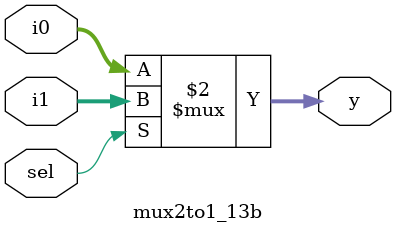
<source format=v>
module mux2to1_13b (i0, i1, sel, y);
  input [12:0] i0, i1;
  input sel;
  output [12:0] y;
  
  assign y = (sel==1'b1) ? i1 : i0;
  
endmodule


</source>
